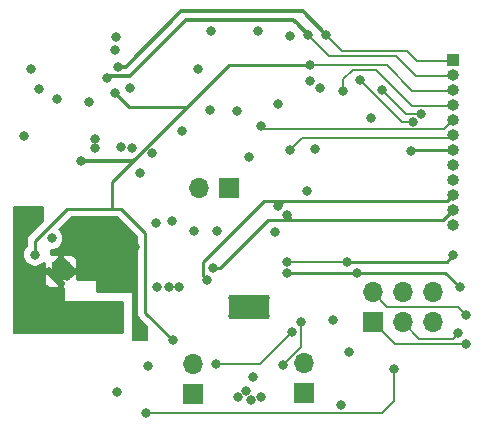
<source format=gbr>
%TF.GenerationSoftware,KiCad,Pcbnew,(6.0.0)*%
%TF.CreationDate,2022-01-21T19:42:06+01:00*%
%TF.ProjectId,DotBot,446f7442-6f74-42e6-9b69-6361645f7063,rev?*%
%TF.SameCoordinates,Original*%
%TF.FileFunction,Copper,L4,Bot*%
%TF.FilePolarity,Positive*%
%FSLAX46Y46*%
G04 Gerber Fmt 4.6, Leading zero omitted, Abs format (unit mm)*
G04 Created by KiCad (PCBNEW (6.0.0)) date 2022-01-21 19:42:06*
%MOMM*%
%LPD*%
G01*
G04 APERTURE LIST*
%TA.AperFunction,ComponentPad*%
%ADD10R,1.700000X1.700000*%
%TD*%
%TA.AperFunction,ComponentPad*%
%ADD11O,1.700000X1.700000*%
%TD*%
%TA.AperFunction,ComponentPad*%
%ADD12R,1.000000X1.000000*%
%TD*%
%TA.AperFunction,ComponentPad*%
%ADD13O,1.000000X1.000000*%
%TD*%
%TA.AperFunction,ComponentPad*%
%ADD14C,0.500000*%
%TD*%
%TA.AperFunction,SMDPad,CuDef*%
%ADD15R,3.500000X2.000000*%
%TD*%
%TA.AperFunction,SMDPad,CuDef*%
%ADD16R,1.600000X1.600000*%
%TD*%
%TA.AperFunction,ViaPad*%
%ADD17C,0.800000*%
%TD*%
%TA.AperFunction,Conductor*%
%ADD18C,0.300000*%
%TD*%
%TA.AperFunction,Conductor*%
%ADD19C,0.200000*%
%TD*%
%TA.AperFunction,Conductor*%
%ADD20C,0.250000*%
%TD*%
G04 APERTURE END LIST*
D10*
%TO.P,J1,1,Pin_1*%
%TO.N,Net-(C15-Pad1)*%
X90750000Y-79350000D03*
D11*
%TO.P,J1,2,Pin_2*%
%TO.N,Net-(C15-Pad2)*%
X90750000Y-76810000D03*
%TD*%
D10*
%TO.P,J2,1,Pin_1*%
%TO.N,Net-(C16-Pad1)*%
X100200000Y-79300000D03*
D11*
%TO.P,J2,2,Pin_2*%
%TO.N,Net-(C16-Pad2)*%
X100200000Y-76760000D03*
%TD*%
D10*
%TO.P,J4,1,Pin_1*%
%TO.N,GND*%
X93812000Y-61926000D03*
D11*
%TO.P,J4,2,Pin_2*%
%TO.N,Net-(J4-Pad2)*%
X91272000Y-61926000D03*
%TD*%
D12*
%TO.P,J5,1,Pin_1*%
%TO.N,P0_30*%
X112800000Y-51100000D03*
D13*
%TO.P,J5,2,Pin_2*%
%TO.N,P0_29*%
X112800000Y-52370000D03*
%TO.P,J5,3,Pin_3*%
%TO.N,P0_20*%
X112800000Y-53640000D03*
%TO.P,J5,4,Pin_4*%
%TO.N,P0_05*%
X112800000Y-54910000D03*
%TO.P,J5,5,Pin_5*%
%TO.N,P0_03*%
X112800000Y-56180000D03*
%TO.P,J5,6,Pin_6*%
%TO.N,P0_04*%
X112800000Y-57450000D03*
%TO.P,J5,7,Pin_7*%
%TO.N,P0_17*%
X112800000Y-58720000D03*
%TO.P,J5,8,Pin_8*%
%TO.N,P0_15*%
X112800000Y-59990000D03*
%TO.P,J5,9,Pin_9*%
%TO.N,P0_11*%
X112800000Y-61260000D03*
%TO.P,J5,10,Pin_10*%
%TO.N,P0_02*%
X112800000Y-62530000D03*
%TO.P,J5,11,Pin_11*%
%TO.N,P0_28*%
X112800000Y-63800000D03*
%TO.P,J5,12,Pin_12*%
%TO.N,P1_09*%
X112800000Y-65070000D03*
%TD*%
D10*
%TO.P,J6,1,Pin_1*%
%TO.N,P0_31*%
X106000000Y-73300000D03*
D11*
%TO.P,J6,2,Pin_2*%
%TO.N,P0_10*%
X106000000Y-70760000D03*
%TO.P,J6,3,Pin_3*%
%TO.N,P0_09*%
X108540000Y-73300000D03*
%TO.P,J6,4,Pin_4*%
%TO.N,VDD*%
X108540000Y-70760000D03*
%TO.P,J6,5,Pin_5*%
%TO.N,GND*%
X111080000Y-73300000D03*
%TO.P,J6,6,Pin_6*%
%TO.N,+6V*%
X111080000Y-70760000D03*
%TD*%
D14*
%TO.P,U3,17,GND(PPAD)*%
%TO.N,GND*%
X94000000Y-71250000D03*
X97000000Y-72750000D03*
X95500000Y-72750000D03*
X95500000Y-71250000D03*
D15*
X95500000Y-72000000D03*
D14*
X94000000Y-72750000D03*
X97000000Y-71250000D03*
%TD*%
D16*
%TO.P,U8,17,EP*%
%TO.N,GND*%
X79600000Y-69000000D03*
D14*
X79050000Y-68450000D03*
X80150000Y-69550000D03*
X80150000Y-68450000D03*
X79050000Y-69550000D03*
%TD*%
D17*
%TO.N,GND*%
X101500000Y-53450000D03*
X100450000Y-62175000D03*
X97974979Y-54850000D03*
X100700000Y-52850000D03*
X85100000Y-67600000D03*
X87750000Y-70350000D03*
X82500000Y-57800000D03*
X92200000Y-55300000D03*
X102600000Y-73100000D03*
X87637500Y-64912500D03*
X95650000Y-79875000D03*
X85650000Y-58550000D03*
X85900000Y-66950000D03*
X87300000Y-59000000D03*
X95299986Y-79099986D03*
X96575000Y-79625000D03*
X84234315Y-49150000D03*
X89000000Y-64750000D03*
X104000000Y-75800000D03*
X89600000Y-70350000D03*
X96300000Y-48649500D03*
X81950000Y-54650000D03*
X84700000Y-58500000D03*
X81900000Y-66000000D03*
X95825000Y-77975000D03*
X92799994Y-65550006D03*
X87000000Y-77000000D03*
X82450000Y-58550000D03*
X94625000Y-79675000D03*
X77034315Y-51900000D03*
X88750000Y-70350000D03*
X91200000Y-51900000D03*
X95500000Y-59300000D03*
X79300000Y-54449500D03*
X85400000Y-53500000D03*
X81100000Y-65600000D03*
%TO.N,+3V3*%
X84134315Y-50250000D03*
X77700000Y-53600000D03*
X92276923Y-48649500D03*
X84362357Y-79250010D03*
X76500000Y-57500000D03*
X103300000Y-80350000D03*
%TO.N,+6V*%
X90850000Y-65599982D03*
X89846075Y-57101795D03*
X97700000Y-65700000D03*
%TO.N,VDD*%
X99000000Y-49050000D03*
X101100000Y-58650000D03*
X105825000Y-56000000D03*
X94525728Y-55425728D03*
%TO.N,P0_30*%
X102000000Y-48950000D03*
X84400000Y-51700000D03*
%TO.N,P0_29*%
X100500000Y-48950000D03*
X83500000Y-52600000D03*
%TO.N,P0_02*%
X98011833Y-63469958D03*
X92000000Y-69700000D03*
%TO.N,P0_05*%
X103500000Y-53750000D03*
X99925000Y-73275000D03*
X98375000Y-76950000D03*
%TO.N,P0_04*%
X99000000Y-58750000D03*
X99200000Y-74100000D03*
X92700000Y-76875000D03*
%TO.N,P0_03*%
X96500000Y-56700000D03*
%TO.N,P0_17*%
X104874537Y-52770132D03*
X107800000Y-77300000D03*
X109400000Y-56350000D03*
X86800000Y-81000000D03*
X109200000Y-58850000D03*
%TO.N,P0_15*%
X106813516Y-53675904D03*
X110100000Y-55650000D03*
%TO.N,P0_10*%
X113900000Y-72700000D03*
%TO.N,P1_09*%
X98700000Y-68175000D03*
X112800000Y-67649996D03*
X103800000Y-68174998D03*
%TO.N,P0_11*%
X98750000Y-69125000D03*
X104700000Y-69125002D03*
X113350000Y-70350000D03*
%TO.N,P0_31*%
X113850000Y-75150000D03*
%TO.N,P0_28*%
X98700000Y-64249994D03*
X92497198Y-68712107D03*
%TO.N,P0_20*%
X100700000Y-51550000D03*
X81300000Y-59700000D03*
X77400000Y-67600000D03*
X89050000Y-74800000D03*
X84200000Y-53900000D03*
%TO.N,P0_09*%
X113250000Y-74250000D03*
%TO.N,/+3.8v*%
X86300000Y-60700000D03*
X78800000Y-66200000D03*
%TD*%
D18*
%TO.N,P0_30*%
X100050000Y-47000000D02*
X102000000Y-48950000D01*
X89800000Y-47000000D02*
X100050000Y-47000000D01*
X85100000Y-51700000D02*
X89800000Y-47000000D01*
X84400000Y-51700000D02*
X85100000Y-51700000D01*
%TO.N,P0_29*%
X90215685Y-47700000D02*
X85415685Y-52500000D01*
X85415685Y-52500000D02*
X83525980Y-52500000D01*
X99250000Y-47700000D02*
X90215685Y-47700000D01*
X99550000Y-48000000D02*
X99250000Y-47700000D01*
X83525980Y-52500000D02*
X83500000Y-52525980D01*
D19*
%TO.N,P0_30*%
X103400000Y-50350000D02*
X102000000Y-48950000D01*
X108900000Y-50350000D02*
X103400000Y-50350000D01*
X112750000Y-51150000D02*
X112800000Y-51100000D01*
X109700000Y-51150000D02*
X108900000Y-50350000D01*
X109700000Y-51150000D02*
X112750000Y-51150000D01*
%TO.N,P0_29*%
X102300000Y-50750000D02*
X100500000Y-48950000D01*
X108000000Y-50750000D02*
X102300000Y-50750000D01*
X109670000Y-52420000D02*
X108000000Y-50750000D01*
X112750000Y-52420000D02*
X112800000Y-52370000D01*
D18*
X100500000Y-48950000D02*
X99550000Y-48000000D01*
D19*
X83500000Y-52525980D02*
X83500000Y-52600000D01*
X99550000Y-48000000D02*
X99500000Y-48000000D01*
X109670000Y-52420000D02*
X112750000Y-52420000D01*
D20*
%TO.N,P0_02*%
X98401792Y-63079999D02*
X98011833Y-63469958D01*
X91600001Y-68175001D02*
X91600001Y-69300001D01*
X112300001Y-63029999D02*
X96770001Y-63029999D01*
X96750000Y-63025002D02*
X91600001Y-68175001D01*
X112800000Y-62530000D02*
X112300001Y-63029999D01*
X91600001Y-69300001D02*
X92000000Y-69700000D01*
D19*
%TO.N,P0_05*%
X103500000Y-52750000D02*
X103500000Y-53750000D01*
X104300000Y-51950000D02*
X103500000Y-52750000D01*
X106300000Y-51950000D02*
X104300000Y-51950000D01*
X99925000Y-75400000D02*
X99925000Y-73275000D01*
X98375000Y-76950000D02*
X99925000Y-75400000D01*
X112750000Y-54960000D02*
X112800000Y-54910000D01*
X109310000Y-54960000D02*
X112750000Y-54960000D01*
X109310000Y-54960000D02*
X106300000Y-51950000D01*
%TO.N,P0_04*%
X99000000Y-58750000D02*
X100000000Y-57750000D01*
X96425000Y-76875000D02*
X99200000Y-74100000D01*
X100000000Y-57750000D02*
X112500000Y-57750000D01*
X92700000Y-76875000D02*
X96425000Y-76875000D01*
X112500000Y-57750000D02*
X112800000Y-57450000D01*
%TO.N,P0_03*%
X112800000Y-56180000D02*
X112030000Y-56950000D01*
X96750000Y-56950000D02*
X96500000Y-56700000D01*
X112030000Y-56950000D02*
X96750000Y-56950000D01*
%TO.N,P0_17*%
X104874537Y-52770132D02*
X108454405Y-56350000D01*
D20*
X112800000Y-58720000D02*
X109330000Y-58720000D01*
D19*
X107800000Y-80000000D02*
X107800000Y-77300000D01*
X112720000Y-58800000D02*
X112800000Y-58720000D01*
X106800000Y-81000000D02*
X107800000Y-80000000D01*
X86800000Y-81000000D02*
X106800000Y-81000000D01*
X108454405Y-56350000D02*
X109400000Y-56350000D01*
D20*
X109330000Y-58720000D02*
X109200000Y-58850000D01*
D19*
%TO.N,P0_15*%
X106813516Y-53675904D02*
X108787612Y-55650000D01*
X108787612Y-55650000D02*
X110100000Y-55650000D01*
%TO.N,P0_10*%
X107240000Y-72000000D02*
X113200000Y-72000000D01*
X113200000Y-72000000D02*
X113900000Y-72700000D01*
X106000000Y-70760000D02*
X107240000Y-72000000D01*
%TO.N,P1_09*%
X98700000Y-68175000D02*
X103799998Y-68175000D01*
D20*
X112800000Y-67649996D02*
X112274998Y-68174998D01*
X112274998Y-68174998D02*
X103800000Y-68174998D01*
D19*
X103799998Y-68175000D02*
X103800000Y-68174998D01*
D20*
%TO.N,P0_11*%
X109675000Y-69125000D02*
X112125000Y-69125000D01*
X109675000Y-69125000D02*
X104700002Y-69125000D01*
X109675000Y-69125000D02*
X109700000Y-69100000D01*
X104700002Y-69125000D02*
X104700000Y-69125002D01*
X98750000Y-69125000D02*
X104699998Y-69125000D01*
X112125000Y-69125000D02*
X113350000Y-70350000D01*
X104699998Y-69125000D02*
X104700000Y-69125002D01*
D19*
%TO.N,P0_31*%
X107850000Y-75150000D02*
X113850000Y-75150000D01*
X106000000Y-73300000D02*
X107850000Y-75150000D01*
%TO.N,P0_28*%
X98400006Y-64249994D02*
X98700000Y-64249994D01*
D20*
X98749994Y-64249994D02*
X98700000Y-64249994D01*
X93087893Y-68712107D02*
X93062883Y-68712107D01*
X93062883Y-68712107D02*
X92497198Y-68712107D01*
X97150000Y-64650000D02*
X93087893Y-68712107D01*
X99100000Y-64600000D02*
X98749994Y-64249994D01*
X108950000Y-64650000D02*
X109600000Y-64650000D01*
X112800000Y-63800000D02*
X111950000Y-64650000D01*
X111950000Y-64650000D02*
X108950000Y-64650000D01*
X108950000Y-64650000D02*
X97150006Y-64650000D01*
D19*
%TO.N,P0_20*%
X107200000Y-51550000D02*
X100700000Y-51550000D01*
D20*
X93800000Y-51550000D02*
X90275000Y-55075000D01*
X85775000Y-59575000D02*
X83900000Y-61450000D01*
X77400000Y-66416821D02*
X77400000Y-67600000D01*
X90275000Y-55075000D02*
X85375000Y-55075000D01*
D18*
X81300000Y-59700000D02*
X85650000Y-59700000D01*
D19*
X109340000Y-53690000D02*
X107200000Y-51550000D01*
D20*
X100700000Y-51550000D02*
X93800000Y-51550000D01*
X83900000Y-61450000D02*
X83900000Y-63700000D01*
X80116821Y-63700000D02*
X77400000Y-66416821D01*
X90275000Y-55075000D02*
X85775000Y-59575000D01*
X86750000Y-65750000D02*
X86750000Y-72500000D01*
X83900000Y-63700000D02*
X80116821Y-63700000D01*
X86750000Y-72500000D02*
X89050000Y-74800000D01*
X84700000Y-63700000D02*
X86750000Y-65750000D01*
D18*
X85650000Y-59700000D02*
X85775000Y-59575000D01*
D20*
X83900000Y-63700000D02*
X84700000Y-63700000D01*
D19*
X109340000Y-53690000D02*
X112750000Y-53690000D01*
D20*
X85375000Y-55075000D02*
X84200000Y-53900000D01*
D19*
X112750000Y-53690000D02*
X112800000Y-53640000D01*
%TO.N,P0_09*%
X109939999Y-74699999D02*
X112800001Y-74699999D01*
X112800001Y-74699999D02*
X113250000Y-74250000D01*
X108540000Y-73300000D02*
X109939999Y-74699999D01*
%TD*%
%TA.AperFunction,Conductor*%
%TO.N,GND*%
G36*
X83851816Y-64335732D02*
G01*
X83852119Y-64335790D01*
X83852123Y-64335790D01*
X83859906Y-64337275D01*
X83915951Y-64333749D01*
X83923862Y-64333500D01*
X84385406Y-64333500D01*
X84453527Y-64353502D01*
X84474501Y-64370405D01*
X86079595Y-65975500D01*
X86113621Y-66037812D01*
X86116500Y-66064595D01*
X86116500Y-72421233D01*
X86115973Y-72432416D01*
X86114298Y-72439909D01*
X86114547Y-72447835D01*
X86114547Y-72447836D01*
X86116438Y-72507986D01*
X86116500Y-72511945D01*
X86116500Y-72539856D01*
X86116997Y-72543790D01*
X86116997Y-72543791D01*
X86117005Y-72543856D01*
X86117938Y-72555693D01*
X86119327Y-72599889D01*
X86124978Y-72619339D01*
X86128987Y-72638700D01*
X86131526Y-72658797D01*
X86134445Y-72666168D01*
X86134445Y-72666170D01*
X86147804Y-72699912D01*
X86151649Y-72711142D01*
X86163982Y-72753593D01*
X86168015Y-72760412D01*
X86168017Y-72760417D01*
X86174293Y-72771028D01*
X86182988Y-72788776D01*
X86190448Y-72807617D01*
X86195110Y-72814033D01*
X86195110Y-72814034D01*
X86216436Y-72843387D01*
X86222952Y-72853307D01*
X86245458Y-72891362D01*
X86259779Y-72905683D01*
X86272619Y-72920716D01*
X86284528Y-72937107D01*
X86290634Y-72942158D01*
X86318605Y-72965298D01*
X86327384Y-72973288D01*
X86963095Y-73608999D01*
X86997121Y-73671311D01*
X87000000Y-73698094D01*
X87000000Y-74774000D01*
X86979998Y-74842121D01*
X86926342Y-74888614D01*
X86874000Y-74900000D01*
X85726000Y-74900000D01*
X85657879Y-74879998D01*
X85611386Y-74826342D01*
X85600000Y-74774000D01*
X85600000Y-70800000D01*
X82726000Y-70800000D01*
X82657879Y-70779998D01*
X82611386Y-70726342D01*
X82600000Y-70674000D01*
X82600000Y-69800000D01*
X81034000Y-69800000D01*
X80965879Y-69779998D01*
X80919386Y-69726342D01*
X80908000Y-69674000D01*
X80908000Y-69612124D01*
X80909226Y-69594588D01*
X80911948Y-69575222D01*
X80912554Y-69567338D01*
X80912741Y-69553962D01*
X80912354Y-69546062D01*
X80908785Y-69514240D01*
X80908000Y-69500195D01*
X80908000Y-69272115D01*
X80903525Y-69256876D01*
X80902135Y-69255671D01*
X80894452Y-69254000D01*
X80817668Y-69254000D01*
X80792021Y-69261531D01*
X80515871Y-69537681D01*
X80453559Y-69571707D01*
X80382744Y-69566642D01*
X80337681Y-69537681D01*
X79062319Y-68262319D01*
X79028293Y-68200007D01*
X79033358Y-68129192D01*
X79062319Y-68084129D01*
X79333189Y-67813259D01*
X79346000Y-67789797D01*
X79346000Y-67782332D01*
X79854000Y-67782332D01*
X79861530Y-67807977D01*
X80786741Y-68733188D01*
X80810203Y-68746000D01*
X80889884Y-68746000D01*
X80905123Y-68741525D01*
X80906328Y-68740135D01*
X80907999Y-68732452D01*
X80907999Y-68512130D01*
X80909225Y-68494593D01*
X80911948Y-68475219D01*
X80912554Y-68467340D01*
X80912741Y-68453962D01*
X80912354Y-68446062D01*
X80908784Y-68414233D01*
X80907999Y-68400188D01*
X80907999Y-68155331D01*
X80907629Y-68148510D01*
X80902105Y-68097648D01*
X80898479Y-68082396D01*
X80853324Y-67961946D01*
X80844786Y-67946351D01*
X80768285Y-67844276D01*
X80755724Y-67831715D01*
X80653649Y-67755214D01*
X80638054Y-67746676D01*
X80517606Y-67701522D01*
X80502351Y-67697895D01*
X80451486Y-67692369D01*
X80444672Y-67692000D01*
X80202875Y-67692000D01*
X80187957Y-67691114D01*
X80162318Y-67688057D01*
X80148320Y-67687959D01*
X80116436Y-67691310D01*
X80103267Y-67692000D01*
X79872115Y-67692000D01*
X79856876Y-67696475D01*
X79855671Y-67697865D01*
X79854000Y-67705548D01*
X79854000Y-67782332D01*
X79346000Y-67782332D01*
X79346000Y-67710116D01*
X79341525Y-67694877D01*
X79340135Y-67693672D01*
X79332452Y-67692001D01*
X79102882Y-67692001D01*
X79087963Y-67691115D01*
X79062317Y-67688057D01*
X79048321Y-67687959D01*
X79016430Y-67691311D01*
X79003260Y-67692001D01*
X78826000Y-67692001D01*
X78757879Y-67671999D01*
X78711386Y-67618343D01*
X78700000Y-67566001D01*
X78700000Y-67234500D01*
X78720002Y-67166379D01*
X78773658Y-67119886D01*
X78826000Y-67108500D01*
X78895487Y-67108500D01*
X78901939Y-67107128D01*
X78901944Y-67107128D01*
X78988887Y-67088647D01*
X79082288Y-67068794D01*
X79095176Y-67063056D01*
X79250722Y-66993803D01*
X79250724Y-66993802D01*
X79256752Y-66991118D01*
X79411253Y-66878866D01*
X79539040Y-66736944D01*
X79634527Y-66571556D01*
X79693542Y-66389928D01*
X79694927Y-66376756D01*
X79712814Y-66206565D01*
X79713504Y-66200000D01*
X79701472Y-66085520D01*
X79694232Y-66016635D01*
X79694232Y-66016633D01*
X79693542Y-66010072D01*
X79634527Y-65828444D01*
X79629619Y-65819942D01*
X79542341Y-65668774D01*
X79539040Y-65663056D01*
X79411253Y-65521134D01*
X79403381Y-65515415D01*
X79402272Y-65513976D01*
X79401002Y-65512833D01*
X79401211Y-65512601D01*
X79360026Y-65459196D01*
X79353948Y-65388460D01*
X79388344Y-65324382D01*
X80342321Y-64370405D01*
X80404633Y-64336379D01*
X80431416Y-64333500D01*
X83828207Y-64333500D01*
X83851816Y-64335732D01*
G37*
%TD.AperFunction*%
%TA.AperFunction,Conductor*%
G36*
X78142121Y-63520002D02*
G01*
X78188614Y-63573658D01*
X78200000Y-63626000D01*
X78200000Y-64668726D01*
X78179998Y-64736847D01*
X78163095Y-64757821D01*
X77007747Y-65913169D01*
X76999461Y-65920709D01*
X76992982Y-65924821D01*
X76987557Y-65930598D01*
X76946357Y-65974472D01*
X76943602Y-65977314D01*
X76923865Y-65997051D01*
X76921385Y-66000248D01*
X76913682Y-66009268D01*
X76883414Y-66041500D01*
X76879595Y-66048446D01*
X76879593Y-66048449D01*
X76873652Y-66059255D01*
X76862801Y-66075774D01*
X76850386Y-66091780D01*
X76847241Y-66099049D01*
X76847238Y-66099053D01*
X76832826Y-66132358D01*
X76827609Y-66143008D01*
X76806305Y-66181761D01*
X76804334Y-66189436D01*
X76804334Y-66189437D01*
X76801267Y-66201383D01*
X76794863Y-66220087D01*
X76786819Y-66238676D01*
X76785580Y-66246499D01*
X76785577Y-66246509D01*
X76779901Y-66282345D01*
X76777495Y-66293965D01*
X76766500Y-66336791D01*
X76766500Y-66357045D01*
X76764949Y-66376755D01*
X76761780Y-66396764D01*
X76762526Y-66404656D01*
X76765941Y-66440782D01*
X76766500Y-66452640D01*
X76766500Y-66897476D01*
X76746498Y-66965597D01*
X76734142Y-66981779D01*
X76660960Y-67063056D01*
X76565473Y-67228444D01*
X76506458Y-67410072D01*
X76486496Y-67600000D01*
X76487186Y-67606565D01*
X76505660Y-67782332D01*
X76506458Y-67789928D01*
X76565473Y-67971556D01*
X76660960Y-68136944D01*
X76665378Y-68141851D01*
X76665379Y-68141852D01*
X76773848Y-68262319D01*
X76788747Y-68278866D01*
X76943248Y-68391118D01*
X76949276Y-68393802D01*
X76949278Y-68393803D01*
X77111681Y-68466109D01*
X77117712Y-68468794D01*
X77211112Y-68488647D01*
X77298056Y-68507128D01*
X77298061Y-68507128D01*
X77304513Y-68508500D01*
X77495487Y-68508500D01*
X77501939Y-68507128D01*
X77501944Y-68507128D01*
X77588888Y-68488647D01*
X77682288Y-68468794D01*
X77688319Y-68466109D01*
X77850722Y-68393803D01*
X77850724Y-68393802D01*
X77856752Y-68391118D01*
X78011253Y-68278866D01*
X78049203Y-68236718D01*
X78109650Y-68199479D01*
X78180634Y-68200831D01*
X78231934Y-68231934D01*
X78255095Y-68255095D01*
X78289121Y-68317407D01*
X78292000Y-68344190D01*
X78292000Y-68394047D01*
X78291007Y-68409839D01*
X78288161Y-68432365D01*
X78287966Y-68446362D01*
X78291399Y-68481378D01*
X78292000Y-68493674D01*
X78292000Y-68727885D01*
X78296475Y-68743124D01*
X78297865Y-68744329D01*
X78305548Y-68746000D01*
X78382332Y-68746000D01*
X78407979Y-68738469D01*
X78484129Y-68662319D01*
X78546441Y-68628293D01*
X78617256Y-68633358D01*
X78662319Y-68662319D01*
X79863095Y-69863095D01*
X79897121Y-69925407D01*
X79900000Y-69952190D01*
X79900000Y-70101363D01*
X79879998Y-70169484D01*
X79868328Y-70183965D01*
X79854000Y-70210203D01*
X79854000Y-70289884D01*
X79859206Y-70307614D01*
X79894896Y-70363148D01*
X79900000Y-70398647D01*
X79900000Y-71500000D01*
X84774000Y-71500000D01*
X84842121Y-71520002D01*
X84888614Y-71573658D01*
X84900000Y-71626000D01*
X84900000Y-74174000D01*
X84879998Y-74242121D01*
X84826342Y-74288614D01*
X84774000Y-74300000D01*
X75634000Y-74300000D01*
X75565879Y-74279998D01*
X75519386Y-74226342D01*
X75508000Y-74174000D01*
X75508000Y-69546362D01*
X78287966Y-69546362D01*
X78291400Y-69581387D01*
X78292001Y-69593683D01*
X78292001Y-69844669D01*
X78292371Y-69851490D01*
X78297895Y-69902352D01*
X78301521Y-69917604D01*
X78346676Y-70038054D01*
X78355214Y-70053649D01*
X78431715Y-70155724D01*
X78444276Y-70168285D01*
X78546351Y-70244786D01*
X78561946Y-70253324D01*
X78682394Y-70298478D01*
X78697649Y-70302105D01*
X78748514Y-70307631D01*
X78755328Y-70308000D01*
X78990964Y-70308000D01*
X79007628Y-70309107D01*
X79027043Y-70311697D01*
X79041040Y-70311991D01*
X79079187Y-70308519D01*
X79090607Y-70308000D01*
X79327885Y-70308000D01*
X79343124Y-70303525D01*
X79344329Y-70302135D01*
X79346000Y-70294452D01*
X79346000Y-70217668D01*
X79338470Y-70192023D01*
X78413259Y-69266812D01*
X78389797Y-69254000D01*
X78310116Y-69254000D01*
X78294877Y-69258475D01*
X78293672Y-69259865D01*
X78292001Y-69267548D01*
X78292001Y-69494041D01*
X78291007Y-69509834D01*
X78288162Y-69532356D01*
X78287966Y-69546362D01*
X75508000Y-69546362D01*
X75508000Y-63626000D01*
X75528002Y-63557879D01*
X75581658Y-63511386D01*
X75634000Y-63500000D01*
X78074000Y-63500000D01*
X78142121Y-63520002D01*
G37*
%TD.AperFunction*%
%TD*%
M02*

</source>
